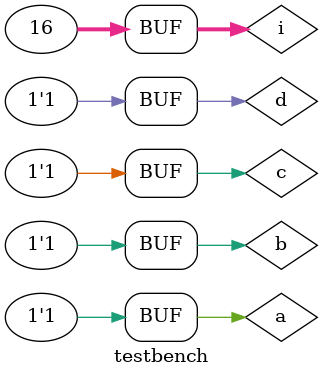
<source format=v>
`timescale 1ns/1ns
`include "q3.v"
module testbench();
reg a,b,c,d;
wire [3:0]f;
integer i;
caller q1(a,b,c,d,f);
initial
begin
    $dumpfile("testbench.vcd");
    $dumpvars(0,testbench);
    for(i=0;i<16;i=i+1)
    begin
    a=i&1;
    b=(i>>1)&1;
    c=(i>>2)&1;
    d=(i>>3)&1;
    #20;
    end

    $display("test complete");
end
endmodule    
</source>
